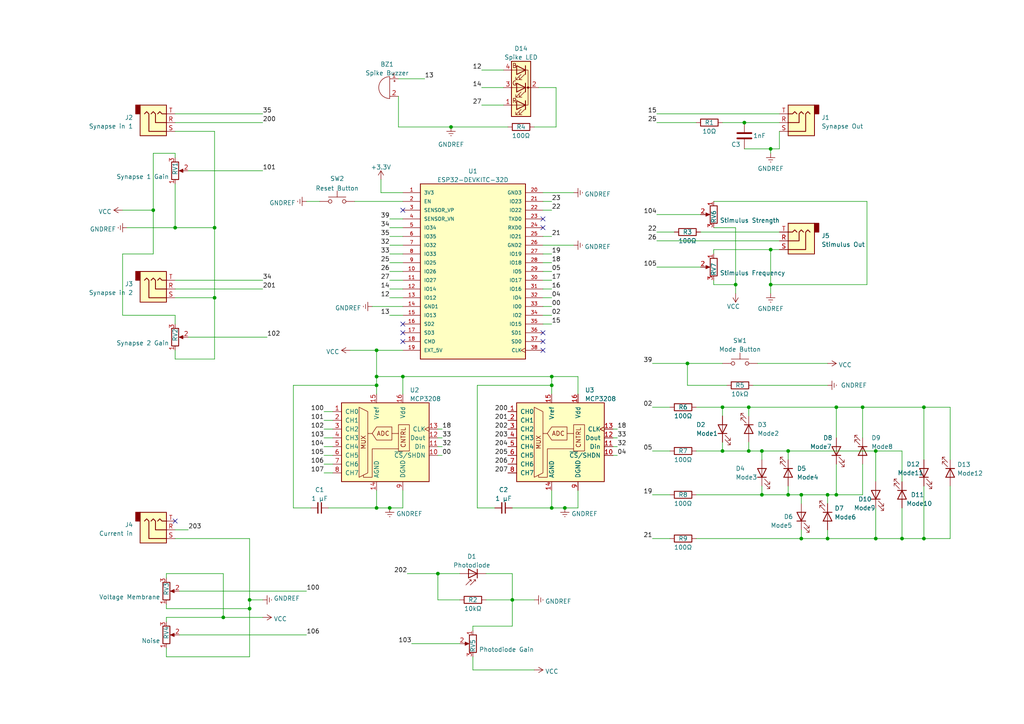
<source format=kicad_sch>
(kicad_sch (version 20211123) (generator eeschema)
  (paper "A4")
  (lib_symbols
    (symbol "Analog_ADC:MCP3208" (pin_names (offset 1.016))
      (property "Reference" "U" (at -5.08 13.335 0))
      (property "Value" "MCP3208" (at -5.08 11.43 0))
      (symbol "MCP3208_0_0"
        (text "ADC" (at -0.635 1.27 0) (effects (font (size 1.27 1.27))))
        (text "CNTRL" (at 5.969 -2.921 900) (effects (font (size 1.27 1.27)) (justify left bottom)))
        (text "MUX" (at -6.35 -1.27 900) (effects (font (size 1.27 1.27))))
      )
      (symbol "MCP3208_0_1"
        (polyline (pts (xy -3.81 1.27) (xy -5.08 1.27)))
        (polyline (pts (xy 1.905 1.27) (xy 3.81 1.27)))
        (polyline (pts (xy -7.62 8.89) (xy -7.62 -11.43) (xy -5.08 -10.16) (xy -5.08 7.62) (xy -7.62 8.89)))
        (polyline (pts (xy 3.81 -3.175) (xy -3.81 -3.175) (xy -3.81 -11.43) (xy -6.35 -11.43) (xy -6.35 -10.795)))
        (polyline (pts (xy 1.905 3.175) (xy 1.905 -0.635) (xy -2.54 -0.635) (xy -3.81 1.27) (xy -2.54 3.175) (xy 1.905 3.175)))
        (rectangle (start 3.81 -3.81) (end 6.985 3.81))
        (rectangle (start 12.7 -12.7) (end -12.7 10.16) (stroke (width 0.254)) (fill (type background)))
      )
      (symbol "MCP3208_1_1"
        (pin input line (at -15.24 7.62 0) (length 2.54) (name "CH0") (number "1"))
        (pin input line (at 15.24 -5.08 180) (length 2.54) (name "~{CS}/SHDN") (number "10"))
        (pin input line (at 15.24 -2.54 180) (length 2.54) (name "Din") (number "11"))
        (pin output line (at 15.24 0 180) (length 2.54) (name "Dout") (number "12"))
        (pin input clock (at 15.24 2.54 180) (length 2.54) (name "CLK") (number "13"))
        (pin power_in line (at -2.54 -15.24 90) (length 2.54) (name "AGND") (number "14"))
        (pin power_in line (at -2.54 12.7 270) (length 2.54) (name "Vref") (number "15"))
        (pin power_in line (at 5.08 12.7 270) (length 2.54) (name "Vdd") (number "16"))
        (pin input line (at -15.24 5.08 0) (length 2.54) (name "CH1") (number "2"))
        (pin input line (at -15.24 2.54 0) (length 2.54) (name "CH2") (number "3"))
        (pin input line (at -15.24 0 0) (length 2.54) (name "CH3") (number "4"))
        (pin input line (at -15.24 -2.54 0) (length 2.54) (name "CH4") (number "5"))
        (pin input line (at -15.24 -5.08 0) (length 2.54) (name "CH5") (number "6"))
        (pin input line (at -15.24 -7.62 0) (length 2.54) (name "CH6") (number "7"))
        (pin input line (at -15.24 -10.16 0) (length 2.54) (name "CH7") (number "8"))
        (pin power_in line (at 5.08 -15.24 90) (length 2.54) (name "DGND") (number "9"))
      )
    )
    (symbol "Connector:AudioJack3"
      (property "Reference" "J" (at 0 8.89 0))
      (property "Value" "AudioJack3" (at 0 6.35 0))
      (symbol "AudioJack3_0_1"
        (rectangle (start -5.08 -5.08) (end -6.35 -2.54) (stroke (width 0.254)) (fill (type outline)))
        (polyline (pts (xy 0 -2.54) (xy 0.635 -3.175) (xy 1.27 -2.54) (xy 2.54 -2.54)) (stroke (width 0.254)))
        (polyline (pts (xy -1.905 -2.54) (xy -1.27 -3.175) (xy -0.635 -2.54) (xy -0.635 0) (xy 2.54 0)) (stroke (width 0.254)))
        (polyline (pts (xy 2.54 2.54) (xy -2.54 2.54) (xy -2.54 -2.54) (xy -3.175 -3.175) (xy -3.81 -2.54)) (stroke (width 0.254)))
        (rectangle (start 2.54 3.81) (end -5.08 -5.08) (stroke (width 0.254)) (fill (type background)))
      )
      (symbol "AudioJack3_1_1"
        (pin passive line (at 5.08 0 180) (length 2.54) (name "~") (number "R"))
        (pin passive line (at 5.08 2.54 180) (length 2.54) (name "~") (number "S"))
        (pin passive line (at 5.08 -2.54 180) (length 2.54) (name "~") (number "T"))
      )
    )
    (symbol "Device:Buzzer" (pin_names (offset 0.0254) hide)
      (property "Reference" "BZ" (at 3.81 1.27 0))
      (property "Value" "Buzzer" (at 3.81 -1.27 0))
      (symbol "Buzzer_0_1"
        (arc (start 0 -3.175) (mid 3.175 0) (end 0 3.175))
        (polyline (pts (xy -1.651 1.905) (xy -1.143 1.905)))
        (polyline (pts (xy -1.397 2.159) (xy -1.397 1.651)))
        (polyline (pts (xy 0 3.175) (xy 0 -3.175)))
      )
      (symbol "Buzzer_1_1"
        (pin passive line (at -2.54 2.54 0) (length 2.54) (name "-") (number "1"))
        (pin passive line (at -2.54 -2.54 0) (length 2.54) (name "+") (number "2"))
      )
    )
    (symbol "Device:C" (pin_numbers hide) (pin_names (offset 0.254))
      (property "Reference" "C" (at 0.635 2.54 0))
      (property "Value" "C" (at 0.635 -2.54 0))
      (symbol "C_0_1"
        (polyline (pts (xy -2.032 -0.762) (xy 2.032 -0.762)) (stroke (width 0.508)))
        (polyline (pts (xy -2.032 0.762) (xy 2.032 0.762)) (stroke (width 0.508)))
      )
      (symbol "C_1_1"
        (pin passive line (at 0 3.81 270) (length 2.794) (name "~") (number "1"))
        (pin passive line (at 0 -3.81 90) (length 2.794) (name "~") (number "2"))
      )
    )
    (symbol "Device:C_Small" (pin_numbers hide) (pin_names (offset 0.254) hide)
      (property "Reference" "C" (at 0.254 1.778 0))
      (property "Value" "C_Small" (at 0.254 -2.032 0))
      (symbol "C_Small_0_1"
        (polyline (pts (xy -1.524 -0.508) (xy 1.524 -0.508)) (stroke (width 0.3302)))
        (polyline (pts (xy -1.524 0.508) (xy 1.524 0.508)) (stroke (width 0.3048)))
      )
      (symbol "C_Small_1_1"
        (pin passive line (at 0 2.54 270) (length 2.032) (name "~") (number "1"))
        (pin passive line (at 0 -2.54 90) (length 2.032) (name "~") (number "2"))
      )
    )
    (symbol "Device:D_Photo" (pin_numbers hide) (pin_names hide)
      (property "Reference" "D" (at 0.508 1.778 0))
      (property "Value" "D_Photo" (at -1.016 -2.794 0))
      (symbol "D_Photo_0_1"
        (polyline (pts (xy -2.54 1.27) (xy -2.54 -1.27)) (stroke (width 0.254)))
        (polyline (pts (xy -2.032 1.778) (xy -1.524 1.778)))
        (polyline (pts (xy 0 0) (xy -2.54 0)))
        (polyline (pts (xy -0.508 3.302) (xy -2.032 1.778) (xy -2.032 2.286)))
        (polyline (pts (xy 0 -1.27) (xy 0 1.27) (xy -2.54 0) (xy 0 -1.27)) (stroke (width 0.254)))
        (polyline (pts (xy 0.762 3.302) (xy -0.762 1.778) (xy -0.762 2.286) (xy -0.762 1.778) (xy -0.254 1.778)))
      )
      (symbol "D_Photo_1_1"
        (pin passive line (at -5.08 0 0) (length 2.54) (name "K") (number "1"))
        (pin passive line (at 2.54 0 180) (length 2.54) (name "A") (number "2"))
      )
    )
    (symbol "Device:LED" (pin_numbers hide) (pin_names (offset 1.016) hide)
      (property "Reference" "D" (at 0 2.54 0))
      (property "Value" "LED" (at 0 -2.54 0))
      (symbol "LED_0_1"
        (polyline (pts (xy -1.27 -1.27) (xy -1.27 1.27)) (stroke (width 0.254)))
        (polyline (pts (xy -1.27 0) (xy 1.27 0)))
        (polyline (pts (xy 1.27 -1.27) (xy 1.27 1.27) (xy -1.27 0) (xy 1.27 -1.27)) (stroke (width 0.254)))
        (polyline (pts (xy -3.048 -0.762) (xy -4.572 -2.286) (xy -3.81 -2.286) (xy -4.572 -2.286) (xy -4.572 -1.524)))
        (polyline (pts (xy -1.778 -0.762) (xy -3.302 -2.286) (xy -2.54 -2.286) (xy -3.302 -2.286) (xy -3.302 -1.524)))
      )
      (symbol "LED_1_1"
        (pin passive line (at -3.81 0 0) (length 2.54) (name "K") (number "1"))
        (pin passive line (at 3.81 0 180) (length 2.54) (name "A") (number "2"))
      )
    )
    (symbol "Device:LED_RKGB" (pin_names (offset 0) hide)
      (property "Reference" "D" (at 0 9.398 0))
      (property "Value" "LED_RKGB" (at 0 -8.89 0))
      (symbol "LED_RKGB_0_0"
        (text "B" (at 1.905 -6.35 0) (effects (font (size 1.27 1.27))))
        (text "G" (at 1.905 -1.27 0) (effects (font (size 1.27 1.27))))
        (text "R" (at 1.905 3.81 0) (effects (font (size 1.27 1.27))))
      )
      (symbol "LED_RKGB_0_1"
        (circle (center -2.032 0) (radius 0.254) (fill (type outline)))
        (polyline (pts (xy -1.27 -5.08) (xy 1.27 -5.08)))
        (polyline (pts (xy -1.27 -3.81) (xy -1.27 -6.35)) (stroke (width 0.254)))
        (polyline (pts (xy -1.27 0) (xy -2.54 0)))
        (polyline (pts (xy -1.27 1.27) (xy -1.27 -1.27)) (stroke (width 0.254)))
        (polyline (pts (xy -1.27 5.08) (xy 1.27 5.08)))
        (polyline (pts (xy -1.27 6.35) (xy -1.27 3.81)) (stroke (width 0.254)))
        (polyline (pts (xy 1.27 -5.08) (xy 2.54 -5.08)))
        (polyline (pts (xy 1.27 0) (xy -1.27 0)))
        (polyline (pts (xy 1.27 0) (xy 2.54 0)))
        (polyline (pts (xy 1.27 5.08) (xy 2.54 5.08)))
        (polyline (pts (xy -1.27 1.27) (xy -1.27 -1.27) (xy -1.27 -1.27)))
        (polyline (pts (xy -1.27 6.35) (xy -1.27 3.81) (xy -1.27 3.81)))
        (polyline (pts (xy -1.27 5.08) (xy -2.032 5.08) (xy -2.032 -5.08) (xy -1.016 -5.08)))
        (polyline (pts (xy 1.27 -3.81) (xy 1.27 -6.35) (xy -1.27 -5.08) (xy 1.27 -3.81)) (stroke (width 0.254)))
        (polyline (pts (xy 1.27 1.27) (xy 1.27 -1.27) (xy -1.27 0) (xy 1.27 1.27)) (stroke (width 0.254)))
        (polyline (pts (xy 1.27 6.35) (xy 1.27 3.81) (xy -1.27 5.08) (xy 1.27 6.35)) (stroke (width 0.254)))
        (polyline (pts (xy -1.016 -3.81) (xy 0.508 -2.286) (xy -0.254 -2.286) (xy 0.508 -2.286) (xy 0.508 -3.048)))
        (polyline (pts (xy -1.016 1.27) (xy 0.508 2.794) (xy -0.254 2.794) (xy 0.508 2.794) (xy 0.508 2.032)))
        (polyline (pts (xy -1.016 6.35) (xy 0.508 7.874) (xy -0.254 7.874) (xy 0.508 7.874) (xy 0.508 7.112)))
        (polyline (pts (xy 0 -3.81) (xy 1.524 -2.286) (xy 0.762 -2.286) (xy 1.524 -2.286) (xy 1.524 -3.048)))
        (polyline (pts (xy 0 1.27) (xy 1.524 2.794) (xy 0.762 2.794) (xy 1.524 2.794) (xy 1.524 2.032)))
        (polyline (pts (xy 0 6.35) (xy 1.524 7.874) (xy 0.762 7.874) (xy 1.524 7.874) (xy 1.524 7.112)))
        (rectangle (start 1.27 -1.27) (end 1.27 1.27))
        (rectangle (start 1.27 1.27) (end 1.27 1.27))
        (rectangle (start 1.27 3.81) (end 1.27 6.35))
        (rectangle (start 1.27 6.35) (end 1.27 6.35))
        (rectangle (start 2.794 8.382) (end -2.794 -7.62) (stroke (width 0.254)) (fill (type background)))
      )
      (symbol "LED_RKGB_1_1"
        (pin passive line (at 5.08 5.08 180) (length 2.54) (name "RA") (number "1"))
        (pin passive line (at -5.08 0 0) (length 2.54) (name "K") (number "2"))
        (pin passive line (at 5.08 0 180) (length 2.54) (name "GA") (number "3"))
        (pin passive line (at 5.08 -5.08 180) (length 2.54) (name "BA") (number "4"))
      )
    )
    (symbol "Device:R" (pin_numbers hide) (pin_names (offset 0))
      (property "Reference" "R" (at 2.032 0 90))
      (property "Value" "R" (at 0 0 90))
      (symbol "R_0_1"
        (rectangle (start -1.016 -2.54) (end 1.016 2.54) (stroke (width 0.254)))
      )
      (symbol "R_1_1"
        (pin passive line (at 0 3.81 270) (length 1.27) (name "~") (number "1"))
        (pin passive line (at 0 -3.81 90) (length 1.27) (name "~") (number "2"))
      )
    )
    (symbol "Device:R_Potentiometer" (pin_names (offset 1.016) hide)
      (property "Reference" "RV" (at -4.445 0 90))
      (property "Value" "R_Potentiometer" (at -2.54 0 90))
      (symbol "R_Potentiometer_0_1"
        (polyline (pts (xy 2.54 0) (xy 1.524 0)))
        (polyline (pts (xy 1.143 0) (xy 2.286 0.508) (xy 2.286 -0.508) (xy 1.143 0)) (fill (type outline)))
        (rectangle (start 1.016 2.54) (end -1.016 -2.54) (stroke (width 0.254)))
      )
      (symbol "R_Potentiometer_1_1"
        (pin passive line (at 0 3.81 270) (length 1.27) (name "1") (number "1"))
        (pin passive line (at 3.81 0 180) (length 1.27) (name "2") (number "2"))
        (pin passive line (at 0 -3.81 90) (length 1.27) (name "3") (number "3"))
      )
    )
    (symbol "ESP32-DEVKITC-32D:ESP32-DEVKITC-32D" (pin_names (offset 1.016))
      (property "Reference" "U" (at -15.2654 26.0604 0))
      (property "Value" "ESP32-DEVKITC-32D" (at -15.2654 -27.9654 0))
      (symbol "ESP32-DEVKITC-32D_0_0"
        (rectangle (start -15.24 -25.4) (end 15.24 25.4) (stroke (width 0.254)) (fill (type background)))
        (pin power_in line (at -20.32 22.86 0) (length 5.08) (name "3V3") (number "1"))
        (pin bidirectional line (at -20.32 0 0) (length 5.08) (name "IO26") (number "10"))
        (pin bidirectional line (at -20.32 -2.54 0) (length 5.08) (name "IO27") (number "11"))
        (pin bidirectional line (at -20.32 -5.08 0) (length 5.08) (name "IO14") (number "12"))
        (pin bidirectional line (at -20.32 -7.62 0) (length 5.08) (name "IO12") (number "13"))
        (pin power_in line (at -20.32 -10.16 0) (length 5.08) (name "GND1") (number "14"))
        (pin bidirectional line (at -20.32 -12.7 0) (length 5.08) (name "IO13") (number "15"))
        (pin bidirectional line (at -20.32 -15.24 0) (length 5.08) (name "SD2") (number "16"))
        (pin bidirectional line (at -20.32 -17.78 0) (length 5.08) (name "SD3") (number "17"))
        (pin bidirectional line (at -20.32 -20.32 0) (length 5.08) (name "CMD") (number "18"))
        (pin power_in line (at -20.32 -22.86 0) (length 5.08) (name "EXT_5V") (number "19"))
        (pin input line (at -20.32 20.32 0) (length 5.08) (name "EN") (number "2"))
        (pin power_in line (at 20.32 22.86 180) (length 5.08) (name "GND3") (number "20"))
        (pin bidirectional line (at 20.32 20.32 180) (length 5.08) (name "IO23") (number "21"))
        (pin bidirectional line (at 20.32 17.78 180) (length 5.08) (name "IO22") (number "22"))
        (pin output line (at 20.32 15.24 180) (length 5.08) (name "TXD0") (number "23"))
        (pin input line (at 20.32 12.7 180) (length 5.08) (name "RXD0") (number "24"))
        (pin bidirectional line (at 20.32 10.16 180) (length 5.08) (name "IO21") (number "25"))
        (pin power_in line (at 20.32 7.62 180) (length 5.08) (name "GND2") (number "26"))
        (pin bidirectional line (at 20.32 5.08 180) (length 5.08) (name "IO19") (number "27"))
        (pin bidirectional line (at 20.32 2.54 180) (length 5.08) (name "IO18") (number "28"))
        (pin bidirectional line (at 20.32 0 180) (length 5.08) (name "IO5") (number "29"))
        (pin input line (at -20.32 17.78 0) (length 5.08) (name "SENSOR_VP") (number "3"))
        (pin bidirectional line (at 20.32 -2.54 180) (length 5.08) (name "IO17") (number "30"))
        (pin bidirectional line (at 20.32 -5.08 180) (length 5.08) (name "IO16") (number "31"))
        (pin bidirectional line (at 20.32 -7.62 180) (length 5.08) (name "IO4") (number "32"))
        (pin bidirectional line (at 20.32 -10.16 180) (length 5.08) (name "IO0") (number "33"))
        (pin bidirectional line (at 20.32 -12.7 180) (length 5.08) (name "IO2") (number "34"))
        (pin bidirectional line (at 20.32 -15.24 180) (length 5.08) (name "IO15") (number "35"))
        (pin bidirectional line (at 20.32 -17.78 180) (length 5.08) (name "SD1") (number "36"))
        (pin bidirectional line (at 20.32 -20.32 180) (length 5.08) (name "SD0") (number "37"))
        (pin input clock (at 20.32 -22.86 180) (length 5.08) (name "CLK") (number "38"))
        (pin input line (at -20.32 15.24 0) (length 5.08) (name "SENSOR_VN") (number "4"))
        (pin bidirectional line (at -20.32 12.7 0) (length 5.08) (name "IO34") (number "5"))
        (pin bidirectional line (at -20.32 10.16 0) (length 5.08) (name "IO35") (number "6"))
        (pin bidirectional line (at -20.32 7.62 0) (length 5.08) (name "IO32") (number "7"))
        (pin bidirectional line (at -20.32 5.08 0) (length 5.08) (name "IO33") (number "8"))
        (pin bidirectional line (at -20.32 2.54 0) (length 5.08) (name "IO25") (number "9"))
      )
    )
    (symbol "Switch:SW_Push" (pin_numbers hide) (pin_names (offset 1.016) hide)
      (property "Reference" "SW" (at 1.27 2.54 0))
      (property "Value" "SW_Push" (at 0 -1.524 0))
      (symbol "SW_Push_0_1"
        (circle (center -2.032 0) (radius 0.508))
        (polyline (pts (xy 0 1.27) (xy 0 3.048)))
        (polyline (pts (xy 2.54 1.27) (xy -2.54 1.27)))
        (circle (center 2.032 0) (radius 0.508))
        (pin passive line (at -5.08 0 0) (length 2.54) (name "1") (number "1"))
        (pin passive line (at 5.08 0 180) (length 2.54) (name "2") (number "2"))
      )
    )
    (symbol "power:+3.3V" (power) (pin_names (offset 0))
      (property "Value" "+3.3V" (at 0 3.556 0))
      (symbol "+3.3V_0_1"
        (polyline (pts (xy -0.762 1.27) (xy 0 2.54)))
        (polyline (pts (xy 0 0) (xy 0 2.54)))
        (polyline (pts (xy 0 2.54) (xy 0.762 1.27)))
      )
      (symbol "+3.3V_1_1"
        (pin power_in line (at 0 0 90) (length 0) hide (name "+3.3V") (number "1"))
      )
    )
    (symbol "power:GNDREF" (power) (pin_names (offset 0))
      (property "Value" "GNDREF" (at 0 -3.81 0))
      (symbol "GNDREF_0_1"
        (polyline (pts (xy -0.635 -1.905) (xy 0.635 -1.905)))
        (polyline (pts (xy -0.127 -2.54) (xy 0.127 -2.54)))
        (polyline (pts (xy 0 -1.27) (xy 0 0)))
        (polyline (pts (xy 1.27 -1.27) (xy -1.27 -1.27)))
      )
      (symbol "GNDREF_1_1"
        (pin power_in line (at 0 0 270) (length 0) hide (name "GNDREF") (number "1"))
      )
    )
    (symbol "power:VCC" (power) (pin_names (offset 0))
      (property "Value" "VCC" (at 0 3.81 0))
      (symbol "VCC_0_1"
        (polyline (pts (xy -0.762 1.27) (xy 0 2.54)))
        (polyline (pts (xy 0 0) (xy 0 2.54)))
        (polyline (pts (xy 0 2.54) (xy 0.762 1.27)))
      )
      (symbol "VCC_1_1"
        (pin power_in line (at 0 0 90) (length 0) hide (name "VCC") (number "1"))
      )
    )
  )
  (junction (at 113.03 147.32))
  (junction (at 261.62 156.21))
  (junction (at 228.6 143.51))
  (junction (at 160.02 111.76))
  (junction (at 44.45 60.96))
  (junction (at 223.52 82.55))
  (junction (at 228.6 130.81))
  (junction (at 223.52 43.18))
  (junction (at 109.22 147.32))
  (junction (at 209.55 130.81))
  (junction (at 250.19 118.11))
  (junction (at 254 156.21))
  (junction (at 160.02 109.22))
  (junction (at 62.23 86.36))
  (junction (at 240.03 156.21))
  (junction (at 267.97 118.11))
  (junction (at 254 130.81))
  (junction (at 232.41 143.51))
  (junction (at 109.22 111.76))
  (junction (at 232.41 156.21))
  (junction (at 242.57 143.51))
  (junction (at 160.02 147.32))
  (junction (at 116.84 109.22))
  (junction (at 130.81 36.83))
  (junction (at 267.97 156.21))
  (junction (at 217.17 118.11))
  (junction (at 109.22 101.6))
  (junction (at 213.36 82.55))
  (junction (at 163.83 147.32))
  (junction (at 72.39 173.99))
  (junction (at 223.52 72.39))
  (junction (at 64.77 179.07))
  (junction (at 62.23 66.04))
  (junction (at 215.9 35.56))
  (junction (at 217.17 130.81))
  (junction (at 199.39 105.41))
  (junction (at 148.59 173.99))
  (junction (at 240.03 143.51))
  (junction (at 109.22 109.22))
  (junction (at 72.39 176.53))
  (junction (at 127 166.37))
  (junction (at 209.55 118.11))
  (junction (at 220.98 143.51))
  (junction (at 220.98 130.81))
  (junction (at 50.8 66.04))
  (junction (at 242.57 118.11))
  (no_connect (at 116.84 60.96))
  (no_connect (at 157.48 96.52))
  (no_connect (at 157.48 99.06))
  (no_connect (at 157.48 101.6))
  (no_connect (at 116.84 99.06))
  (no_connect (at 116.84 96.52))
  (no_connect (at 116.84 93.98))
  (no_connect (at 50.8 151.13))
  (no_connect (at 157.48 63.5))
  (no_connect (at 157.48 66.04))
  (wire (pts (xy 209.55 118.11) (xy 209.55 120.65)))
  (wire (pts (xy 116.84 109.22) (xy 160.02 109.22)))
  (wire (pts (xy 137.16 190.5) (xy 137.16 194.31)))
  (wire (pts (xy 267.97 118.11) (xy 275.59 118.11)))
  (wire (pts (xy 48.26 180.34) (xy 48.26 179.07)))
  (wire (pts (xy 93.98 137.16) (xy 96.52 137.16)))
  (wire (pts (xy 157.48 78.74) (xy 160.02 78.74)))
  (wire (pts (xy 157.48 55.88) (xy 166.37 55.88)))
  (wire (pts (xy 64.77 179.07) (xy 76.2 179.07)))
  (wire (pts (xy 215.9 43.18) (xy 223.52 43.18)))
  (wire (pts (xy 217.17 118.11) (xy 242.57 118.11)))
  (wire (pts (xy 160.02 109.22) (xy 167.64 109.22)))
  (wire (pts (xy 35.56 91.44) (xy 50.8 91.44)))
  (wire (pts (xy 201.93 143.51) (xy 220.98 143.51)))
  (wire (pts (xy 85.09 147.32) (xy 90.17 147.32)))
  (wire (pts (xy 116.84 109.22) (xy 116.84 114.3)))
  (wire (pts (xy 157.48 81.28) (xy 160.02 81.28)))
  (wire (pts (xy 160.02 147.32) (xy 148.59 147.32)))
  (wire (pts (xy 113.03 81.28) (xy 116.84 81.28)))
  (wire (pts (xy 148.59 166.37) (xy 148.59 173.99)))
  (wire (pts (xy 64.77 166.37) (xy 64.77 179.07)))
  (wire (pts (xy 160.02 109.22) (xy 160.02 111.76)))
  (wire (pts (xy 72.39 173.99) (xy 72.39 176.53)))
  (wire (pts (xy 110.49 52.07) (xy 110.49 55.88)))
  (wire (pts (xy 213.36 66.04) (xy 213.36 82.55)))
  (wire (pts (xy 116.84 101.6) (xy 109.22 101.6)))
  (wire (pts (xy 207.01 72.39) (xy 207.01 73.66)))
  (wire (pts (xy 54.61 49.53) (xy 76.2 49.53)))
  (wire (pts (xy 113.03 76.2) (xy 116.84 76.2)))
  (wire (pts (xy 275.59 118.11) (xy 275.59 133.35)))
  (wire (pts (xy 254 130.81) (xy 261.62 130.81)))
  (wire (pts (xy 157.48 73.66) (xy 160.02 73.66)))
  (wire (pts (xy 50.8 83.82) (xy 76.2 83.82)))
  (wire (pts (xy 50.8 38.1) (xy 62.23 38.1)))
  (wire (pts (xy 223.52 82.55) (xy 223.52 85.09)))
  (wire (pts (xy 219.71 105.41) (xy 240.03 105.41)))
  (wire (pts (xy 101.6 101.6) (xy 109.22 101.6)))
  (wire (pts (xy 267.97 118.11) (xy 267.97 133.35)))
  (wire (pts (xy 44.45 73.66) (xy 35.56 73.66)))
  (wire (pts (xy 228.6 143.51) (xy 228.6 140.97)))
  (wire (pts (xy 261.62 130.81) (xy 261.62 139.7)))
  (wire (pts (xy 48.26 175.26) (xy 48.26 176.53)))
  (wire (pts (xy 223.52 72.39) (xy 226.06 72.39)))
  (wire (pts (xy 209.55 35.56) (xy 215.9 35.56)))
  (wire (pts (xy 48.26 179.07) (xy 64.77 179.07)))
  (wire (pts (xy 113.03 83.82) (xy 116.84 83.82)))
  (wire (pts (xy 160.02 111.76) (xy 160.02 114.3)))
  (wire (pts (xy 50.8 156.21) (xy 72.39 156.21)))
  (wire (pts (xy 223.52 43.18) (xy 226.06 43.18)))
  (wire (pts (xy 113.03 78.74) (xy 116.84 78.74)))
  (wire (pts (xy 207.01 72.39) (xy 223.52 72.39)))
  (wire (pts (xy 137.16 181.61) (xy 148.59 181.61)))
  (wire (pts (xy 161.29 25.4) (xy 161.29 36.83)))
  (wire (pts (xy 127 132.08) (xy 128.27 132.08)))
  (wire (pts (xy 127 166.37) (xy 133.35 166.37)))
  (wire (pts (xy 223.52 82.55) (xy 251.46 82.55)))
  (wire (pts (xy 199.39 111.76) (xy 210.82 111.76)))
  (wire (pts (xy 44.45 44.45) (xy 50.8 44.45)))
  (wire (pts (xy 127 127) (xy 128.27 127)))
  (wire (pts (xy 50.8 44.45) (xy 50.8 45.72)))
  (wire (pts (xy 127 173.99) (xy 133.35 173.99)))
  (wire (pts (xy 240.03 143.51) (xy 240.03 146.05)))
  (wire (pts (xy 220.98 130.81) (xy 228.6 130.81)))
  (wire (pts (xy 157.48 76.2) (xy 160.02 76.2)))
  (wire (pts (xy 213.36 82.55) (xy 207.01 82.55)))
  (wire (pts (xy 139.7 25.4) (xy 146.05 25.4)))
  (wire (pts (xy 110.49 55.88) (xy 116.84 55.88)))
  (wire (pts (xy 93.98 124.46) (xy 96.52 124.46)))
  (wire (pts (xy 203.2 67.31) (xy 226.06 67.31)))
  (wire (pts (xy 113.03 73.66) (xy 116.84 73.66)))
  (wire (pts (xy 119.38 186.69) (xy 133.35 186.69)))
  (wire (pts (xy 261.62 147.32) (xy 261.62 156.21)))
  (wire (pts (xy 62.23 66.04) (xy 50.8 66.04)))
  (wire (pts (xy 115.57 22.86) (xy 123.19 22.86)))
  (wire (pts (xy 207.01 66.04) (xy 213.36 66.04)))
  (wire (pts (xy 267.97 156.21) (xy 267.97 140.97)))
  (wire (pts (xy 113.03 86.36) (xy 116.84 86.36)))
  (wire (pts (xy 50.8 104.14) (xy 62.23 104.14)))
  (wire (pts (xy 35.56 60.96) (xy 44.45 60.96)))
  (wire (pts (xy 189.23 118.11) (xy 194.31 118.11)))
  (wire (pts (xy 228.6 130.81) (xy 228.6 133.35)))
  (wire (pts (xy 148.59 173.99) (xy 154.94 173.99)))
  (wire (pts (xy 157.48 88.9) (xy 160.02 88.9)))
  (wire (pts (xy 113.03 68.58) (xy 116.84 68.58)))
  (wire (pts (xy 213.36 82.55) (xy 213.36 85.09)))
  (wire (pts (xy 177.8 127) (xy 179.07 127)))
  (wire (pts (xy 62.23 38.1) (xy 62.23 66.04)))
  (wire (pts (xy 189.23 156.21) (xy 194.31 156.21)))
  (wire (pts (xy 50.8 33.02) (xy 76.2 33.02)))
  (wire (pts (xy 209.55 130.81) (xy 217.17 130.81)))
  (wire (pts (xy 190.5 77.47) (xy 203.2 77.47)))
  (wire (pts (xy 54.61 97.79) (xy 77.47 97.79)))
  (wire (pts (xy 254 130.81) (xy 254 139.7)))
  (wire (pts (xy 254 147.32) (xy 254 156.21)))
  (wire (pts (xy 140.97 166.37) (xy 148.59 166.37)))
  (wire (pts (xy 157.48 93.98) (xy 160.02 93.98)))
  (wire (pts (xy 157.48 86.36) (xy 160.02 86.36)))
  (wire (pts (xy 140.97 173.99) (xy 148.59 173.99)))
  (wire (pts (xy 72.39 176.53) (xy 72.39 190.5)))
  (wire (pts (xy 88.9 58.42) (xy 92.71 58.42)))
  (wire (pts (xy 160.02 147.32) (xy 163.83 147.32)))
  (wire (pts (xy 209.55 118.11) (xy 217.17 118.11)))
  (wire (pts (xy 209.55 130.81) (xy 201.93 130.81)))
  (wire (pts (xy 116.84 147.32) (xy 113.03 147.32)))
  (wire (pts (xy 48.26 176.53) (xy 72.39 176.53)))
  (wire (pts (xy 220.98 130.81) (xy 220.98 133.35)))
  (wire (pts (xy 127 129.54) (xy 128.27 129.54)))
  (wire (pts (xy 250.19 118.11) (xy 267.97 118.11)))
  (wire (pts (xy 189.23 143.51) (xy 194.31 143.51)))
  (wire (pts (xy 189.23 105.41) (xy 199.39 105.41)))
  (wire (pts (xy 127 166.37) (xy 127 173.99)))
  (wire (pts (xy 130.81 36.83) (xy 147.32 36.83)))
  (wire (pts (xy 250.19 118.11) (xy 250.19 127)))
  (wire (pts (xy 217.17 130.81) (xy 217.17 128.27)))
  (wire (pts (xy 139.7 20.32) (xy 146.05 20.32)))
  (wire (pts (xy 50.8 91.44) (xy 50.8 93.98)))
  (wire (pts (xy 177.8 132.08) (xy 179.07 132.08)))
  (wire (pts (xy 109.22 147.32) (xy 113.03 147.32)))
  (wire (pts (xy 215.9 35.56) (xy 226.06 35.56)))
  (wire (pts (xy 113.03 66.04) (xy 116.84 66.04)))
  (wire (pts (xy 167.64 109.22) (xy 167.64 114.3)))
  (wire (pts (xy 93.98 129.54) (xy 96.52 129.54)))
  (wire (pts (xy 115.57 36.83) (xy 130.81 36.83)))
  (wire (pts (xy 232.41 156.21) (xy 240.03 156.21)))
  (wire (pts (xy 160.02 142.24) (xy 160.02 147.32)))
  (wire (pts (xy 48.26 166.37) (xy 64.77 166.37)))
  (wire (pts (xy 177.8 129.54) (xy 179.07 129.54)))
  (wire (pts (xy 107.95 88.9) (xy 116.84 88.9)))
  (wire (pts (xy 242.57 143.51) (xy 250.19 143.51)))
  (wire (pts (xy 190.5 35.56) (xy 201.93 35.56)))
  (wire (pts (xy 157.48 58.42) (xy 160.02 58.42)))
  (wire (pts (xy 157.48 68.58) (xy 160.02 68.58)))
  (wire (pts (xy 220.98 140.97) (xy 220.98 143.51)))
  (wire (pts (xy 250.19 134.62) (xy 250.19 143.51)))
  (wire (pts (xy 240.03 156.21) (xy 240.03 153.67)))
  (wire (pts (xy 207.01 81.28) (xy 207.01 82.55)))
  (wire (pts (xy 177.8 124.46) (xy 179.07 124.46)))
  (wire (pts (xy 163.83 147.32) (xy 167.64 147.32)))
  (wire (pts (xy 201.93 118.11) (xy 209.55 118.11)))
  (wire (pts (xy 36.83 66.04) (xy 50.8 66.04)))
  (wire (pts (xy 62.23 86.36) (xy 62.23 66.04)))
  (wire (pts (xy 240.03 143.51) (xy 242.57 143.51)))
  (wire (pts (xy 156.21 25.4) (xy 161.29 25.4)))
  (wire (pts (xy 50.8 86.36) (xy 62.23 86.36)))
  (wire (pts (xy 109.22 111.76) (xy 109.22 114.3)))
  (wire (pts (xy 35.56 73.66) (xy 35.56 91.44)))
  (wire (pts (xy 113.03 63.5) (xy 116.84 63.5)))
  (wire (pts (xy 50.8 35.56) (xy 76.2 35.56)))
  (wire (pts (xy 223.52 43.18) (xy 223.52 44.45)))
  (wire (pts (xy 226.06 38.1) (xy 226.06 43.18)))
  (wire (pts (xy 137.16 182.88) (xy 137.16 181.61)))
  (wire (pts (xy 139.7 30.48) (xy 146.05 30.48)))
  (wire (pts (xy 44.45 60.96) (xy 44.45 73.66)))
  (wire (pts (xy 44.45 60.96) (xy 44.45 44.45)))
  (wire (pts (xy 261.62 156.21) (xy 267.97 156.21)))
  (wire (pts (xy 157.48 60.96) (xy 160.02 60.96)))
  (wire (pts (xy 232.41 143.51) (xy 240.03 143.51)))
  (wire (pts (xy 95.25 147.32) (xy 109.22 147.32)))
  (wire (pts (xy 148.59 181.61) (xy 148.59 173.99)))
  (wire (pts (xy 190.5 69.85) (xy 226.06 69.85)))
  (wire (pts (xy 267.97 156.21) (xy 275.59 156.21)))
  (wire (pts (xy 207.01 58.42) (xy 251.46 58.42)))
  (wire (pts (xy 72.39 173.99) (xy 76.2 173.99)))
  (wire (pts (xy 218.44 111.76) (xy 240.03 111.76)))
  (wire (pts (xy 109.22 109.22) (xy 116.84 109.22)))
  (wire (pts (xy 201.93 156.21) (xy 232.41 156.21)))
  (wire (pts (xy 72.39 156.21) (xy 72.39 173.99)))
  (wire (pts (xy 137.16 194.31) (xy 154.94 194.31)))
  (wire (pts (xy 50.8 153.67) (xy 54.61 153.67)))
  (wire (pts (xy 251.46 58.42) (xy 251.46 82.55)))
  (wire (pts (xy 62.23 104.14) (xy 62.23 86.36)))
  (wire (pts (xy 93.98 119.38) (xy 96.52 119.38)))
  (wire (pts (xy 93.98 121.92) (xy 96.52 121.92)))
  (wire (pts (xy 93.98 127) (xy 96.52 127)))
  (wire (pts (xy 113.03 71.12) (xy 116.84 71.12)))
  (wire (pts (xy 242.57 118.11) (xy 242.57 127)))
  (wire (pts (xy 167.64 147.32) (xy 167.64 142.24)))
  (wire (pts (xy 157.48 91.44) (xy 160.02 91.44)))
  (wire (pts (xy 157.48 83.82) (xy 160.02 83.82)))
  (wire (pts (xy 102.87 58.42) (xy 116.84 58.42)))
  (wire (pts (xy 232.41 153.67) (xy 232.41 156.21)))
  (wire (pts (xy 232.41 143.51) (xy 232.41 146.05)))
  (wire (pts (xy 161.29 36.83) (xy 154.94 36.83)))
  (wire (pts (xy 254 156.21) (xy 261.62 156.21)))
  (wire (pts (xy 275.59 156.21) (xy 275.59 140.97)))
  (wire (pts (xy 93.98 132.08) (xy 96.52 132.08)))
  (wire (pts (xy 199.39 105.41) (xy 209.55 105.41)))
  (wire (pts (xy 199.39 105.41) (xy 199.39 111.76)))
  (wire (pts (xy 48.26 187.96) (xy 48.26 190.5)))
  (wire (pts (xy 48.26 167.64) (xy 48.26 166.37)))
  (wire (pts (xy 50.8 66.04) (xy 50.8 53.34)))
  (wire (pts (xy 217.17 118.11) (xy 217.17 120.65)))
  (wire (pts (xy 115.57 27.94) (xy 115.57 36.83)))
  (wire (pts (xy 109.22 101.6) (xy 109.22 109.22)))
  (wire (pts (xy 223.52 72.39) (xy 223.52 82.55)))
  (wire (pts (xy 217.17 130.81) (xy 220.98 130.81)))
  (wire (pts (xy 242.57 118.11) (xy 250.19 118.11)))
  (wire (pts (xy 138.43 111.76) (xy 138.43 147.32)))
  (wire (pts (xy 52.07 171.45) (xy 88.9 171.45)))
  (wire (pts (xy 240.03 156.21) (xy 254 156.21)))
  (wire (pts (xy 160.02 111.76) (xy 138.43 111.76)))
  (wire (pts (xy 228.6 130.81) (xy 254 130.81)))
  (wire (pts (xy 228.6 143.51) (xy 232.41 143.51)))
  (wire (pts (xy 113.03 91.44) (xy 116.84 91.44)))
  (wire (pts (xy 242.57 134.62) (xy 242.57 143.51)))
  (wire (pts (xy 190.5 33.02) (xy 226.06 33.02)))
  (wire (pts (xy 118.11 166.37) (xy 127 166.37)))
  (wire (pts (xy 157.48 71.12) (xy 166.37 71.12)))
  (wire (pts (xy 220.98 143.51) (xy 228.6 143.51)))
  (wire (pts (xy 109.22 109.22) (xy 109.22 111.76)))
  (wire (pts (xy 72.39 190.5) (xy 48.26 190.5)))
  (wire (pts (xy 50.8 101.6) (xy 50.8 104.14)))
  (wire (pts (xy 109.22 142.24) (xy 109.22 147.32)))
  (wire (pts (xy 93.98 134.62) (xy 96.52 134.62)))
  (wire (pts (xy 52.07 184.15) (xy 88.9 184.15)))
  (wire (pts (xy 127 124.46) (xy 128.27 124.46)))
  (wire (pts (xy 190.5 67.31) (xy 195.58 67.31)))
  (wire (pts (xy 116.84 142.24) (xy 116.84 147.32)))
  (wire (pts (xy 209.55 128.27) (xy 209.55 130.81)))
  (wire (pts (xy 85.09 111.76) (xy 85.09 147.32)))
  (wire (pts (xy 189.23 130.81) (xy 194.31 130.81)))
  (wire (pts (xy 190.5 62.23) (xy 203.2 62.23)))
  (wire (pts (xy 50.8 81.28) (xy 76.2 81.28)))
  (wire (pts (xy 109.22 111.76) (xy 85.09 111.76)))
  (wire (pts (xy 143.51 147.32) (xy 138.43 147.32)))
  (label "34" (at 113.03 66.04 180))
  (label "18" (at 160.02 76.2 0))
  (label "32" (at 179.07 129.54 0))
  (label "33" (at 113.03 73.66 180))
  (label "203" (at 147.32 127 180))
  (label "205" (at 147.32 132.08 180))
  (label "17" (at 160.02 81.28 0))
  (label "26" (at 190.5 69.85 180))
  (label "21" (at 189.23 156.21 180))
  (label "25" (at 190.5 35.56 180))
  (label "27" (at 139.7 30.48 180))
  (label "02" (at 160.02 91.44 0))
  (label "33" (at 179.07 127 0))
  (label "203" (at 54.61 153.67 0))
  (label "207" (at 147.32 137.16 180))
  (label "02" (at 189.23 118.11 180))
  (label "00" (at 160.02 88.9 0))
  (label "202" (at 118.11 166.37 180))
  (label "39" (at 113.03 63.5 180))
  (label "22" (at 160.02 60.96 0))
  (label "23" (at 160.02 58.42 0))
  (label "106" (at 93.98 134.62 180))
  (label "19" (at 160.02 73.66 0))
  (label "04" (at 160.02 86.36 0))
  (label "33" (at 128.27 127 0))
  (label "101" (at 76.2 49.53 0))
  (label "39" (at 189.23 105.41 180))
  (label "13" (at 113.03 91.44 180))
  (label "104" (at 190.5 62.23 180))
  (label "104" (at 93.98 129.54 180))
  (label "201" (at 147.32 121.92 180))
  (label "200" (at 147.32 119.38 180))
  (label "14" (at 113.03 83.82 180))
  (label "204" (at 147.32 129.54 180))
  (label "101" (at 93.98 121.92 180))
  (label "35" (at 113.03 68.58 180))
  (label "05" (at 160.02 78.74 0))
  (label "12" (at 113.03 86.36 180))
  (label "107" (at 93.98 137.16 180))
  (label "34" (at 76.2 81.28 0))
  (label "200" (at 76.2 35.56 0))
  (label "105" (at 190.5 77.47 180))
  (label "100" (at 93.98 119.38 180))
  (label "16" (at 160.02 83.82 0))
  (label "18" (at 179.07 124.46 0))
  (label "32" (at 113.03 71.12 180))
  (label "201" (at 76.2 83.82 0))
  (label "105" (at 93.98 132.08 180))
  (label "35" (at 76.2 33.02 0))
  (label "106" (at 88.9 184.15 0))
  (label "00" (at 128.27 132.08 0))
  (label "05" (at 189.23 130.81 180))
  (label "12" (at 139.7 20.32 180))
  (label "15" (at 160.02 93.98 0))
  (label "102" (at 77.47 97.79 0))
  (label "206" (at 147.32 134.62 180))
  (label "32" (at 128.27 129.54 0))
  (label "19" (at 189.23 143.51 180))
  (label "103" (at 119.38 186.69 180))
  (label "26" (at 113.03 78.74 180))
  (label "13" (at 123.19 22.86 0))
  (label "18" (at 128.27 124.46 0))
  (label "14" (at 139.7 25.4 180))
  (label "100" (at 88.9 171.45 0))
  (label "04" (at 179.07 132.08 0))
  (label "25" (at 113.03 76.2 180))
  (label "103" (at 93.98 127 180))
  (label "27" (at 113.03 81.28 180))
  (label "21" (at 160.02 68.58 0))
  (label "15" (at 190.5 33.02 180))
  (label "22" (at 190.5 67.31 180))
  (label "102" (at 93.98 124.46 180))
  (label "202" (at 147.32 124.46 180))
  (symbol (lib_id "Device:R") (at 151.13 36.83 90) (unit 1)
    (property "Reference" "R4" (at 151.13 36.83 90))
    (property "Value" "100Ω" (at 151.13 39.37 90))
    (property "Footprint" "Resistor_THT:R_Axial_DIN0207_L6.3mm_D2.5mm_P10.16mm_Horizontal" (effects hide))
  )
  (symbol (lib_id "Switch:SW_Push") (at 97.79 58.42 0) (unit 1)
    (property "Reference" "SW2" (at 97.79 51.7992 0))
    (property "Value" "Reset Button" (at 97.79 54.61 0))
    (property "Footprint" "Button_Switch_THT:Spikeling reset button" (effects hide))
  )
  (symbol (lib_id "Device:R_Potentiometer") (at 48.26 171.45 0) (mirror x) (unit 1)
    (property "Reference" "RV3" (at 48.26 172.72 90) (effects (justify right)))
    (property "Value" "Voltage Membrane" (at 46.482 173.1522 0) (effects (justify right)))
    (property "Footprint" "Potentiometer_THT:Spikeling Potentiometer" (effects hide))
    (property "manf#" "PTV09A-4225F-B103" (effects hide))
  )
  (symbol (lib_id "power:GNDREF") (at 240.03 111.76 90) (unit 1)
    (property "Reference" "#PWR0106" (effects hide))
    (property "Value" "GNDREF" (at 251.46 111.76 90) (effects (justify left)))
  )
  (symbol (lib_id "Device:R_Potentiometer") (at 137.16 186.69 0) (mirror y) (unit 1)
    (property "Reference" "RV5" (at 137.16 185.42 90) (effects (justify right)))
    (property "Value" "Photodiode Gain" (at 138.938 188.3922 0) (effects (justify right)))
    (property "Footprint" "Potentiometer_THT:Spikeling Potentiometer" (effects hide))
    (property "manf#" "PTV09A-4225F-B103" (effects hide))
  )
  (symbol (lib_id "Device:R_Potentiometer") (at 50.8 97.79 0) (mirror x) (unit 1)
    (property "Reference" "RV2" (at 50.8 99.06 90) (effects (justify right)))
    (property "Value" "Synapse 2 Gain" (at 49.0221 99.4922 0) (effects (justify right)))
    (property "Footprint" "Potentiometer_THT:Spikeling Potentiometer" (effects hide))
    (property "manf#" "PTV09A-4225F-B103" (effects hide))
  )
  (symbol (lib_id "Connector:AudioJack3") (at 231.14 35.56 180) (unit 1)
    (property "Reference" "J1" (at 238.252 34.0903 0) (effects (justify right)))
    (property "Value" "Synapse Out" (at 238.252 36.6272 0) (effects (justify right)))
    (property "Footprint" "Audio_Module:Spikeling Audio Jack 3.5mm" (effects hide))
  )
  (symbol (lib_id "power:+3.3V") (at 110.49 52.07 0) (unit 1)
    (property "Reference" "#PWR0115" (effects hide))
    (property "Value" "+3.3V" (at 110.49 48.4942 0))
  )
  (symbol (lib_id "power:VCC") (at 101.6 101.6 90) (unit 1)
    (property "Reference" "#PWR0108" (effects hide))
    (property "Value" "VCC" (at 98.425 102.0338 90) (effects (justify left)))
  )
  (symbol (lib_id "power:GNDREF") (at 113.03 147.32 0) (unit 1)
    (property "Reference" "#PWR0111" (effects hide))
    (property "Value" "GNDREF" (at 114.935 149.0238 0) (effects (justify left)))
  )
  (symbol (lib_id "Analog_ADC:MCP3208") (at 111.76 127 0) (unit 1)
    (property "Reference" "U2" (at 118.8594 113.1402 0) (effects (justify left)))
    (property "Value" "MCP3208" (at 118.8594 115.6771 0) (effects (justify left)))
    (property "Footprint" "Package_DIP:DIP-16_W7.62mm" (effects hide))
    (property "Datasheet" "http://ww1.microchip.com/downloads/en/DeviceDoc/21298c.pdf" (effects hide))
  )
  (symbol (lib_id "Device:R_Potentiometer") (at 207.01 77.47 0) (mirror y) (unit 1)
    (property "Reference" "RV7" (at 207.01 76.2 90) (effects (justify right)))
    (property "Value" "Stimulus Frequency" (at 208.788 79.1722 0) (effects (justify right)))
    (property "Footprint" "Potentiometer_THT:Spikeling Potentiometer" (effects hide))
    (property "manf#" "PTV09A-4225F-B103" (effects hide))
  )
  (symbol (lib_id "Device:R") (at 198.12 156.21 90) (unit 1)
    (property "Reference" "R9" (at 198.12 156.21 90))
    (property "Value" "100Ω" (at 198.12 158.75 90))
    (property "Footprint" "Resistor_THT:R_Axial_DIN0207_L6.3mm_D2.5mm_P10.16mm_Horizontal" (effects hide))
  )
  (symbol (lib_id "Device:LED") (at 275.59 137.16 270) (unit 1)
    (property "Reference" "D13" (at 277.622 134.7378 90) (effects (justify left)))
    (property "Value" "Mode12" (at 277.622 137.2747 90) (effects (justify left)))
    (property "Footprint" "LED_THT:LED_D3.0mm" (effects hide))
  )
  (symbol (lib_id "Device:Buzzer") (at 113.03 25.4 0) (mirror y) (unit 1)
    (property "Reference" "BZ1" (at 112.268 18.6522 0))
    (property "Value" "Spike Buzzer" (at 112.268 21.1891 0))
    (property "Footprint" "Buzzer_Beeper:Buzzer_11.5x9.5RM5" (effects hide))
  )
  (symbol (lib_id "Device:C_Small") (at 146.05 147.32 270) (mirror x) (unit 1)
    (property "Reference" "C2" (at 146.0436 142.0581 90))
    (property "Value" "1 μF" (at 146.0436 144.595 90))
    (property "Footprint" "Capacitor_THT:CP_Radial_D4.0mm_P2.00mm" (effects hide))
  )
  (symbol (lib_id "power:GNDREF") (at 130.81 36.83 0) (unit 1)
    (property "Reference" "#PWR0116" (effects hide))
    (property "Value" "GNDREF" (at 134.62 41.91 0) (effects (justify right)))
  )
  (symbol (lib_id "Device:LED_RKGB") (at 151.13 25.4 180) (unit 1)
    (property "Reference" "D14" (at 151.13 14.0802 0))
    (property "Value" "Spike LED" (at 151.13 16.6171 0))
    (property "Footprint" "LED_THT:LED_D5.0mm-4_RGB" (effects hide))
  )
  (symbol (lib_id "Connector:AudioJack3") (at 45.72 35.56 0) (mirror x) (unit 1)
    (property "Reference" "J2" (at 38.6081 34.0903 0) (effects (justify right)))
    (property "Value" "Synapse in 1" (at 38.6081 36.6272 0) (effects (justify right)))
    (property "Footprint" "Audio_Module:Spikeling Audio Jack 3.5mm" (effects hide))
  )
  (symbol (lib_id "power:GNDREF") (at 107.95 88.9 270) (unit 1)
    (property "Reference" "#PWR0114" (effects hide))
    (property "Value" "GNDREF" (at 104.7751 89.3338 90) (effects (justify right)))
  )
  (symbol (lib_id "Switch:SW_Push") (at 214.63 105.41 0) (unit 1)
    (property "Reference" "SW1" (at 214.63 98.7892 0))
    (property "Value" "Mode Button" (at 214.63 101.3261 0))
    (property "Footprint" "Button_Switch_THT:SW_PUSH_6mm_H13mm" (effects hide))
  )
  (symbol (lib_id "power:VCC") (at 35.56 60.96 90) (unit 1)
    (property "Reference" "#PWR0119" (effects hide))
    (property "Value" "VCC" (at 32.385 61.3938 90) (effects (justify left)))
  )
  (symbol (lib_id "Device:R") (at 137.16 173.99 90) (unit 1)
    (property "Reference" "R2" (at 137.16 173.99 90))
    (property "Value" "10kΩ" (at 137.16 176.53 90))
    (property "Footprint" "Resistor_THT:R_Axial_DIN0207_L6.3mm_D2.5mm_P10.16mm_Horizontal" (effects hide))
  )
  (symbol (lib_id "Device:LED") (at 261.62 143.51 270) (unit 1)
    (property "Reference" "D11" (at 264.16 143.51 90) (effects (justify left)))
    (property "Value" "Mode10" (at 262.89 146.05 90) (effects (justify left)))
    (property "Footprint" "LED_THT:LED_D3.0mm" (effects hide))
  )
  (symbol (lib_id "power:GNDREF") (at 166.37 55.88 90) (unit 1)
    (property "Reference" "#PWR0101" (effects hide))
    (property "Value" "GNDREF" (at 169.545 56.3138 90) (effects (justify right)))
  )
  (symbol (lib_id "power:VCC") (at 213.36 85.09 0) (mirror x) (unit 1)
    (property "Reference" "#PWR0107" (effects hide))
    (property "Value" "VCC" (at 214.63 88.9 0) (effects (justify right)))
  )
  (symbol (lib_id "power:GNDREF") (at 36.83 66.04 270) (unit 1)
    (property "Reference" "#PWR0109" (effects hide))
    (property "Value" "GNDREF" (at 33.6551 66.4738 90) (effects (justify right)))
  )
  (symbol (lib_id "Device:LED") (at 232.41 149.86 90) (unit 1)
    (property "Reference" "D6" (at 227.33 149.86 90) (effects (justify right)))
    (property "Value" "Mode5" (at 223.52 152.4 90) (effects (justify right)))
    (property "Footprint" "LED_THT:LED_D3.0mm" (effects hide))
  )
  (symbol (lib_id "Device:R_Potentiometer") (at 207.01 62.23 0) (mirror y) (unit 1)
    (property "Reference" "RV6" (at 207.01 60.96 90) (effects (justify right)))
    (property "Value" "Stimulus Strength" (at 208.788 63.9322 0) (effects (justify right)))
    (property "Footprint" "Potentiometer_THT:Spikeling Potentiometer" (effects hide))
    (property "manf#" "PTV09A-4225F-B103" (effects hide))
  )
  (symbol (lib_id "Device:LED") (at 254 143.51 90) (unit 1)
    (property "Reference" "D10" (at 248.92 144.78 90) (effects (justify right)))
    (property "Value" "Mode9" (at 247.65 147.32 90) (effects (justify right)))
    (property "Footprint" "LED_THT:LED_D3.0mm" (effects hide))
  )
  (symbol (lib_id "Device:R") (at 199.39 67.31 90) (unit 1)
    (property "Reference" "R3" (at 199.39 67.31 90))
    (property "Value" "100Ω" (at 199.39 69.85 90))
    (property "Footprint" "Resistor_THT:R_Axial_DIN0207_L6.3mm_D2.5mm_P10.16mm_Horizontal" (effects hide))
  )
  (symbol (lib_id "Analog_ADC:MCP3208") (at 162.56 127 0) (unit 1)
    (property "Reference" "U3" (at 169.6594 113.1402 0) (effects (justify left)))
    (property "Value" "MCP3208" (at 169.6594 115.6771 0) (effects (justify left)))
    (property "Footprint" "Package_DIP:DIP-16_W7.62mm" (effects hide))
    (property "Datasheet" "http://ww1.microchip.com/downloads/en/DeviceDoc/21298c.pdf" (effects hide))
  )
  (symbol (lib_id "power:VCC") (at 154.94 194.31 270) (mirror x) (unit 1)
    (property "Reference" "#PWR0117" (effects hide))
    (property "Value" "VCC" (at 158.115 194.7438 90) (effects (justify left)))
  )
  (symbol (lib_id "Device:R_Potentiometer") (at 48.26 184.15 0) (mirror x) (unit 1)
    (property "Reference" "RV4" (at 48.26 185.42 90) (effects (justify right)))
    (property "Value" "Noise" (at 46.4821 185.8522 0) (effects (justify right)))
    (property "Footprint" "Potentiometer_THT:Spikeling Potentiometer" (effects hide))
    (property "manf#" "PTV09A-4225F-B103" (effects hide))
  )
  (symbol (lib_id "ESP32-DEVKITC-32D:ESP32-DEVKITC-32D") (at 137.16 78.74 0) (unit 1)
    (property "Reference" "U1" (at 137.16 49.6402 0))
    (property "Value" "ESP32-DEVKITC-32D" (at 137.16 52.1771 0))
    (property "Footprint" "MODULE_ESP32-DEVKITC-32D" (effects hide))
    (property "PARTREV" "4" (effects hide))
    (property "MANUFACTURER" "Espressif Systems" (effects hide))
  )
  (symbol (lib_id "Device:LED") (at 228.6 137.16 270) (unit 1)
    (property "Reference" "D5" (at 231.14 135.89 90) (effects (justify left)))
    (property "Value" "Mode4" (at 231.14 138.4269 90) (effects (justify left)))
    (property "Footprint" "LED_THT:LED_D3.0mm" (effects hide))
  )
  (symbol (lib_id "Connector:AudioJack3") (at 45.72 83.82 0) (mirror x) (unit 1)
    (property "Reference" "J3" (at 38.6081 82.3503 0) (effects (justify right)))
    (property "Value" "Synapse in 2" (at 38.6081 84.8872 0) (effects (justify right)))
    (property "Footprint" "Audio_Module:Spikeling Audio Jack 3.5mm" (effects hide))
  )
  (symbol (lib_id "Device:LED") (at 240.03 149.86 270) (unit 1)
    (property "Reference" "D7" (at 242.062 147.4378 90) (effects (justify left)))
    (property "Value" "Mode6" (at 242.062 149.9747 90) (effects (justify left)))
    (property "Footprint" "LED_THT:LED_D3.0mm" (effects hide))
  )
  (symbol (lib_id "Device:R_Potentiometer") (at 50.8 49.53 0) (mirror x) (unit 1)
    (property "Reference" "RV1" (at 50.8 50.8 90) (effects (justify right)))
    (property "Value" "Synapse 1 Gain" (at 49.0221 51.2322 0) (effects (justify right)))
    (property "Footprint" "Potentiometer_THT:Spikeling Potentiometer" (effects hide))
    (property "manf#" "PTV09A-4225F-B103" (effects hide))
  )
  (symbol (lib_id "Device:LED") (at 250.19 130.81 270) (unit 1)
    (property "Reference" "D9" (at 252.73 127 90) (effects (justify left)))
    (property "Value" "Mode8" (at 252.73 129.54 90) (effects (justify left)))
    (property "Footprint" "LED_THT:LED_D3.0mm" (effects hide))
  )
  (symbol (lib_id "Device:C") (at 215.9 39.37 0) (unit 1)
    (property "Reference" "C3" (at 212.09 41.91 0) (effects (justify left)))
    (property "Value" "1nF" (at 218.44 39.37 0) (effects (justify left)))
    (property "Footprint" "Capacitor_THT:CP_Radial_D4.0mm_P2.00mm" (effects hide))
  )
  (symbol (lib_id "Device:LED") (at 220.98 137.16 90) (unit 1)
    (property "Reference" "D4" (at 213.36 135.89 90) (effects (justify right)))
    (property "Value" "Mode3" (at 213.36 138.43 90) (effects (justify right)))
    (property "Footprint" "LED_THT:LED_D3.0mm" (effects hide))
  )
  (symbol (lib_id "Connector:AudioJack3") (at 231.14 69.85 180) (unit 1)
    (property "Reference" "J5" (at 238.252 68.3803 0) (effects (justify right)))
    (property "Value" "Stimulus Out" (at 238.252 70.9172 0) (effects (justify right)))
    (property "Footprint" "Audio_Module:Spikeling Audio Jack 3.5mm" (effects hide))
  )
  (symbol (lib_id "power:VCC") (at 76.2 179.07 270) (mirror x) (unit 1)
    (property "Reference" "#PWR0112" (effects hide))
    (property "Value" "VCC" (at 79.375 179.5038 90) (effects (justify left)))
  )
  (symbol (lib_id "power:GNDREF") (at 166.37 71.12 90) (unit 1)
    (property "Reference" "#PWR0103" (effects hide))
    (property "Value" "GNDREF" (at 169.545 71.5538 90) (effects (justify right)))
  )
  (symbol (lib_id "Device:LED") (at 242.57 130.81 90) (unit 1)
    (property "Reference" "D8" (at 238.76 127 90) (effects (justify right)))
    (property "Value" "Mode7" (at 234.95 129.54 90) (effects (justify right)))
    (property "Footprint" "LED_THT:LED_D3.0mm" (effects hide))
  )
  (symbol (lib_id "Device:R") (at 198.12 130.81 90) (unit 1)
    (property "Reference" "R7" (at 198.12 130.81 90))
    (property "Value" "100Ω" (at 198.12 133.35 90))
    (property "Footprint" "Resistor_THT:R_Axial_DIN0207_L6.3mm_D2.5mm_P10.16mm_Horizontal" (effects hide))
  )
  (symbol (lib_id "Device:LED") (at 209.55 124.46 90) (unit 1)
    (property "Reference" "D2" (at 201.93 123.19 90) (effects (justify right)))
    (property "Value" "Mode1" (at 201.93 125.73 90) (effects (justify right)))
    (property "Footprint" "LED_THT:LED_D3.0mm" (effects hide))
  )
  (symbol (lib_id "Device:LED") (at 217.17 124.46 270) (unit 1)
    (property "Reference" "D3" (at 219.71 123.19 90) (effects (justify left)))
    (property "Value" "Mode2" (at 219.71 125.7269 90) (effects (justify left)))
    (property "Footprint" "LED_THT:LED_D3.0mm" (effects hide))
  )
  (symbol (lib_id "power:GNDREF") (at 154.94 173.99 90) (unit 1)
    (property "Reference" "#PWR0110" (effects hide))
    (property "Value" "GNDREF" (at 158.115 174.4238 90) (effects (justify right)))
  )
  (symbol (lib_id "Device:R") (at 198.12 143.51 90) (unit 1)
    (property "Reference" "R8" (at 198.12 143.51 90))
    (property "Value" "100Ω" (at 198.12 146.05 90))
    (property "Footprint" "Resistor_THT:R_Axial_DIN0207_L6.3mm_D2.5mm_P10.16mm_Horizontal" (effects hide))
  )
  (symbol (lib_id "Device:LED") (at 267.97 137.16 90) (unit 1)
    (property "Reference" "D12" (at 262.89 134.62 90) (effects (justify right)))
    (property "Value" "Mode11" (at 260.35 137.16 90) (effects (justify right)))
    (property "Footprint" "LED_THT:LED_D3.0mm" (effects hide))
  )
  (symbol (lib_id "power:VCC") (at 240.03 105.41 270) (mirror x) (unit 1)
    (property "Reference" "#PWR0104" (effects hide))
    (property "Value" "VCC" (at 243.205 105.8438 90) (effects (justify left)))
  )
  (symbol (lib_id "Connector:AudioJack3") (at 45.72 153.67 0) (mirror x) (unit 1)
    (property "Reference" "J4" (at 38.608 152.2003 0) (effects (justify right)))
    (property "Value" "Current in" (at 38.608 154.7372 0) (effects (justify right)))
    (property "Footprint" "Audio_Module:Spikeling Audio Jack 3.5mm" (effects hide))
  )
  (symbol (lib_id "Device:R") (at 198.12 118.11 90) (unit 1)
    (property "Reference" "R6" (at 198.12 118.11 90))
    (property "Value" "100Ω" (at 198.12 120.65 90))
    (property "Footprint" "Resistor_THT:R_Axial_DIN0207_L6.3mm_D2.5mm_P10.16mm_Horizontal" (effects hide))
  )
  (symbol (lib_id "Device:R") (at 205.74 35.56 90) (unit 1)
    (property "Reference" "R1" (at 205.74 35.56 90))
    (property "Value" "10Ω" (at 205.74 38.1 90))
    (property "Footprint" "Resistor_THT:R_Axial_DIN0207_L6.3mm_D2.5mm_P10.16mm_Horizontal" (effects hide))
  )
  (symbol (lib_id "power:GNDREF") (at 223.52 85.09 0) (unit 1)
    (property "Reference" "#PWR0105" (effects hide))
    (property "Value" "GNDREF" (at 223.52 89.5334 0))
  )
  (symbol (lib_id "power:GNDREF") (at 76.2 173.99 90) (unit 1)
    (property "Reference" "#PWR0113" (effects hide))
    (property "Value" "GNDREF" (at 79.3749 173.5562 90) (effects (justify right)))
  )
  (symbol (lib_id "Device:D_Photo") (at 135.89 166.37 180) (unit 1)
    (property "Reference" "D1" (at 136.8425 161.4002 0))
    (property "Value" "Photodiode" (at 136.8425 163.9371 0))
    (property "Footprint" "LED_THT:LED_D5.0mm" (effects hide))
  )
  (symbol (lib_id "power:GNDREF") (at 88.9 58.42 270) (unit 1)
    (property "Reference" "#PWR0120" (effects hide))
    (property "Value" "GNDREF" (at 85.7251 58.8538 90) (effects (justify right)))
  )
  (symbol (lib_id "Device:R") (at 214.63 111.76 90) (unit 1)
    (property "Reference" "R5" (at 214.63 111.76 90))
    (property "Value" "10kΩ" (at 214.63 114.3 90))
    (property "Footprint" "Resistor_THT:R_Axial_DIN0207_L6.3mm_D2.5mm_P10.16mm_Horizontal" (effects hide))
  )
  (symbol (lib_id "power:GNDREF") (at 163.83 147.32 0) (unit 1)
    (property "Reference" "#PWR0118" (effects hide))
    (property "Value" "GNDREF" (at 165.735 149.0238 0) (effects (justify left)))
  )
  (symbol (lib_id "Device:C_Small") (at 92.71 147.32 270) (mirror x) (unit 1)
    (property "Reference" "C1" (at 92.7036 142.0581 90))
    (property "Value" "1 μF" (at 92.7036 144.595 90))
    (property "Footprint" "Capacitor_THT:CP_Radial_D4.0mm_P2.00mm" (effects hide))
  )
  (symbol (lib_id "power:GNDREF") (at 223.52 44.45 0) (unit 1)
    (property "Reference" "#PWR0102" (effects hide))
    (property "Value" "GNDREF" (at 223.52 48.8934 0))
  )
)
</source>
